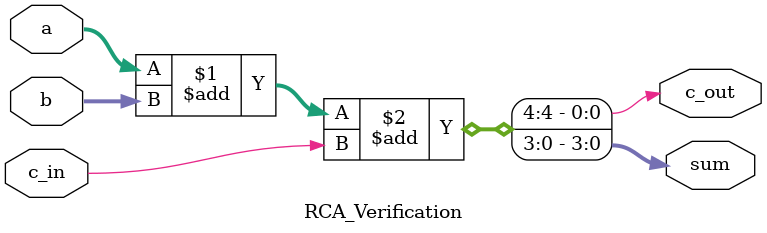
<source format=v>
`timescale 1ns / 1ps


module RCA_Verification(c_out, sum, a, b, c_in);
    
    input [3:0]	 a, b;
    input c_in;
    output  [3:0] sum;
    output c_out;
    
    assign {c_out, sum} = a + b + c_in;
    
endmodule

</source>
